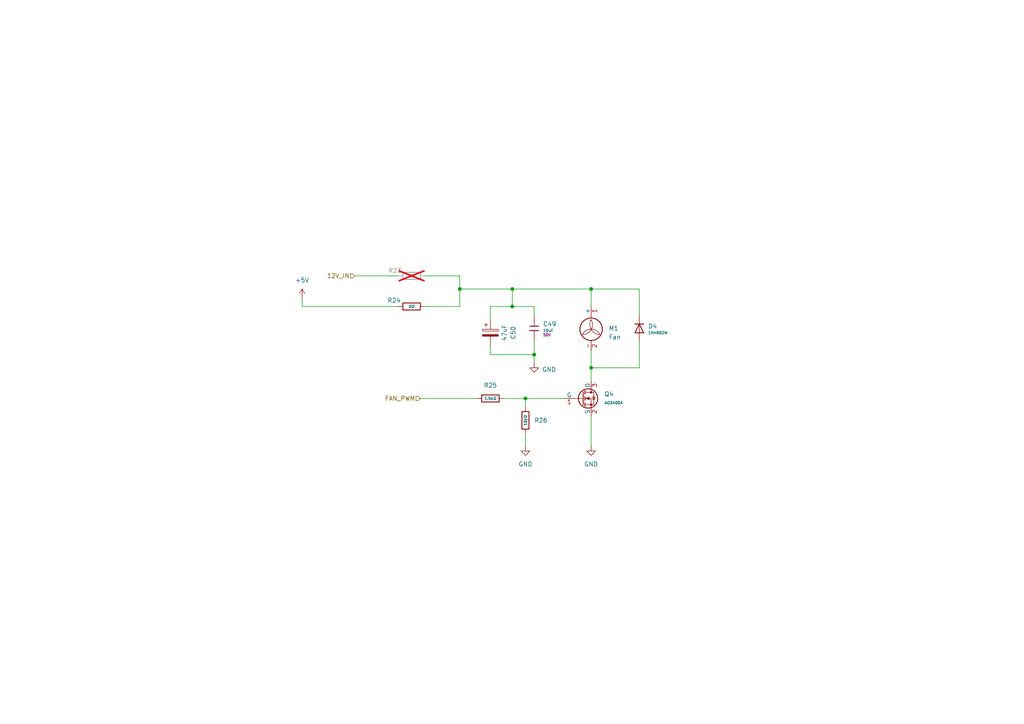
<source format=kicad_sch>
(kicad_sch (version 20250114) (generator "eeschema") (generator_version "9.0")
  (paper "A4")
  (title_block (date "2025-02-10") (rev "A") (company "ModuCard System"))
  (lib_symbols
    (symbol "Device:C_Polarized" (pin_numbers (hide yes)) (pin_names (offset 0.254))
      (property "Reference" "C" (at 0.635 2.54 0))
      (property "Value" "C_Polarized" (at 0.635 -2.54 0))
      (symbol "C_Polarized_0_1"
        (rectangle (start -2.286 0.508) (end 2.286 1.016))
        (polyline (pts (xy -1.778 2.286) (xy -0.762 2.286)))
        (polyline (pts (xy -1.27 2.794) (xy -1.27 1.778)))
        (rectangle (start 2.286 -0.508) (end -2.286 -1.016) (fill (type outline)))
      )
      (symbol "C_Polarized_1_1"
        (pin passive line (at 0 3.81 270) (length 2.794) (name "~") (number "1"))
        (pin passive line (at 0 -3.81 90) (length 2.794) (name "~") (number "2"))
      )
    )
    (symbol "Motor:Fan" (pin_names (offset 0))
      (property "Reference" "M" (at 2.54 5.08 0))
      (property "Value" "Fan" (at 2.54 -2.54 0))
      (symbol "Fan_0_1"
        (arc (start 0 3.81) (mid -0.0015 0.9048) (end -2.54 -0.508))
        (polyline (pts (xy 0 4.572) (xy 0 5.08)))
        (polyline (pts (xy 0 4.2672) (xy 0 4.6228)))
        (circle (center 0 1.016) (radius 3.2512) (stroke (width 0.254)))
        (arc (start -2.54 -0.508) (mid 0 1.0618) (end 2.54 -0.508))
        (polyline (pts (xy 0 -2.2352) (xy 0 -2.6416)))
        (polyline (pts (xy 0 -5.08) (xy 0 -4.572)))
        (arc (start 2.54 -0.508) (mid 0.047 0.9315) (end 0 3.81))
      )
      (symbol "Fan_1_1"
        (pin passive line (at 0 7.62 270) (length 2.54) (name "+") (number "1"))
        (pin passive line (at 0 -5.08 90) (length 2.54) (name "-") (number "2"))
      )
    )
    (symbol "PCM_JLCPCB-Capacitors:1206,10uF" (pin_numbers (hide yes)) (pin_names (offset 0))
      (property "Reference" "C" (at 2.032 1.668 0))
      (property "Value" "10uF" (at 2.032 -0.3782 0))
      (property "Voltage Rated" "50V" (at 2.032 -2.0462 0))
      (symbol "1206,10uF_0_1"
        (polyline (pts (xy -1.27 0.635) (xy 1.27 0.635)) (stroke (width 0.254)))
        (polyline (pts (xy -1.27 -0.635) (xy 1.27 -0.635)) (stroke (width 0.254)))
      )
      (symbol "1206,10uF_1_1"
        (pin passive line (at 0 3.81 270) (length 3.175) (name "~") (number "1"))
        (pin passive line (at 0 -3.81 90) (length 3.175) (name "~") (number "2"))
      )
    )
    (symbol "PCM_JLCPCB-Diodes:General,1N4002W" (pin_numbers (hide yes)) (pin_names (offset 0))
      (property "Reference" "D" (at 2.032 0.834 0))
      (property "Value" "1N4002W" (at 2.032 -1.2122 0))
      (symbol "General,1N4002W_0_1"
        (polyline (pts (xy -1.27 1.27) (xy 0 -1.27) (xy 1.27 1.27) (xy -1.27 1.27)) (stroke (width 0.254)))
        (polyline (pts (xy -1.27 -1.27) (xy 1.27 -1.27)) (stroke (width 0.254)))
      )
      (symbol "General,1N4002W_1_1"
        (pin passive line (at 0 3.81 270) (length 3.81) (name "~") (number "2"))
        (pin passive line (at 0 -3.81 90) (length 3.81) (name "~") (number "1"))
      )
    )
    (symbol "PCM_JLCPCB-Resistors:0402,0Ω" (pin_numbers (hide yes)) (pin_names (offset 0))
      (property "Reference" "R" (at 1.778 0 0))
      (property "Value" "0Ω" (at 0 0 90))
      (symbol "0402,0Ω_0_1"
        (rectangle (start -1.016 2.54) (end 1.016 -2.54) (stroke (width 0.254)))
      )
      (symbol "0402,0Ω_1_1"
        (pin passive line (at 0 3.81 270) (length 1.27) (name "~") (number "1"))
        (pin passive line (at 0 -3.81 90) (length 1.27) (name "~") (number "2"))
      )
    )
    (symbol "PCM_JLCPCB-Resistors:0402,1.5kΩ" (pin_numbers (hide yes)) (pin_names (offset 0))
      (property "Reference" "R" (at 1.778 0 0))
      (property "Value" "1.5kΩ" (at 0 0 90))
      (symbol "0402,1.5kΩ_0_1"
        (rectangle (start -1.016 2.54) (end 1.016 -2.54) (stroke (width 0.254)))
      )
      (symbol "0402,1.5kΩ_1_1"
        (pin passive line (at 0 3.81 270) (length 1.27) (name "~") (number "1"))
        (pin passive line (at 0 -3.81 90) (length 1.27) (name "~") (number "2"))
      )
    )
    (symbol "PCM_JLCPCB-Resistors:0402,10kΩ" (pin_numbers (hide yes)) (pin_names (offset 0))
      (property "Reference" "R" (at 1.778 0 0))
      (property "Value" "10kΩ" (at 0 0 90))
      (symbol "0402,10kΩ_0_1"
        (rectangle (start -1.016 2.54) (end 1.016 -2.54) (stroke (width 0.254)))
      )
      (symbol "0402,10kΩ_1_1"
        (pin passive line (at 0 3.81 270) (length 1.27) (name "~") (number "1"))
        (pin passive line (at 0 -3.81 90) (length 1.27) (name "~") (number "2"))
      )
    )
    (symbol "PCM_JLCPCB-Transistors:NMOS,AO3400A" (pin_names (offset 0))
      (property "Reference" "Q" (at 4.8514 0.834 0))
      (property "Value" "AO3400A" (at 4.8514 -1.2122 0))
      (symbol "NMOS,AO3400A_0_1"
        (polyline (pts (xy 0.254 1.905) (xy 0.254 -1.905)) (stroke (width 0.254)))
        (polyline (pts (xy 0.254 0) (xy -2.54 0)))
        (polyline (pts (xy 0.762 2.286) (xy 0.762 1.27)) (stroke (width 0.254)))
        (polyline (pts (xy 0.762 0.508) (xy 0.762 -0.508)) (stroke (width 0.254)))
        (polyline (pts (xy 0.762 -1.27) (xy 0.762 -2.286)) (stroke (width 0.254)))
        (polyline (pts (xy 0.762 -1.778) (xy 3.302 -1.778) (xy 3.302 1.778) (xy 0.762 1.778)))
        (polyline (pts (xy 1.016 0) (xy 2.032 0.381) (xy 2.032 -0.381) (xy 1.016 0)) (fill (type outline)))
        (circle (center 1.651 0) (radius 2.794) (stroke (width 0.254)))
        (polyline (pts (xy 2.54 2.54) (xy 2.54 1.778)))
        (circle (center 2.54 1.778) (radius 0.254) (fill (type outline)))
        (circle (center 2.54 -1.778) (radius 0.254) (fill (type outline)))
        (polyline (pts (xy 2.54 -2.54) (xy 2.54 0) (xy 0.762 0)))
        (polyline (pts (xy 2.794 0.508) (xy 2.921 0.381) (xy 3.683 0.381) (xy 3.81 0.254)))
        (polyline (pts (xy 3.302 0.381) (xy 2.921 -0.254) (xy 3.683 -0.254) (xy 3.302 0.381)))
      )
      (symbol "NMOS,AO3400A_1_1"
        (pin input line (at -5.08 0 0) (length 2.54) (name "G") (number "1"))
        (pin passive line (at 2.54 5.08 270) (length 2.54) (name "D") (number "3"))
        (pin passive line (at 2.54 -5.08 90) (length 2.54) (name "S") (number "2"))
      )
    )
    (symbol "power:+5V" (power) (pin_numbers (hide yes)) (pin_names (offset 0) (hide yes))
      (property "Value" "+5V" (at 0 3.556 0))
      (symbol "+5V_0_1"
        (polyline (pts (xy -0.762 1.27) (xy 0 2.54)))
        (polyline (pts (xy 0 2.54) (xy 0.762 1.27)))
        (polyline (pts (xy 0 0) (xy 0 2.54)))
      )
      (symbol "+5V_1_1"
        (pin power_in line (at 0 0 90) (length 0) (name "~") (number "1"))
      )
    )
    (symbol "power:GND" (power) (pin_numbers (hide yes)) (pin_names (offset 0) (hide yes))
      (property "Value" "GND" (at 0 -3.81 0))
      (symbol "GND_0_1"
        (polyline (pts (xy 0 0) (xy 0 -1.27) (xy 1.27 -1.27) (xy 0 -2.54) (xy -1.27 -1.27) (xy 0 -1.27)))
      )
      (symbol "GND_1_1"
        (pin power_in line (at 0 0 270) (length 0) (name "~") (number "1"))
      )
    )
  )
  (junction (at 152.4 115.57))
  (junction (at 148.59 83.82))
  (junction (at 171.45 83.82))
  (junction (at 154.94 102.87))
  (junction (at 133.35 83.82))
  (junction (at 171.45 106.68))
  (junction (at 148.59 88.9))
  (wire (pts (xy 152.4 115.57) (xy 163.83 115.57)))
  (wire (pts (xy 148.59 88.9) (xy 142.24 88.9)))
  (wire (pts (xy 133.35 83.82) (xy 148.59 83.82)))
  (wire (pts (xy 87.63 86.36) (xy 87.63 88.9)))
  (wire (pts (xy 148.59 83.82) (xy 148.59 88.9)))
  (wire (pts (xy 171.45 83.82) (xy 171.45 88.9)))
  (wire (pts (xy 146.05 115.57) (xy 152.4 115.57)))
  (wire (pts (xy 154.94 102.87) (xy 154.94 105.41)))
  (wire (pts (xy 102.87 80.01) (xy 115.57 80.01)))
  (wire (pts (xy 133.35 83.82) (xy 133.35 88.9)))
  (wire (pts (xy 154.94 99.06) (xy 154.94 102.87)))
  (wire (pts (xy 142.24 102.87) (xy 154.94 102.87)))
  (wire (pts (xy 154.94 88.9) (xy 148.59 88.9)))
  (wire (pts (xy 185.42 83.82) (xy 171.45 83.82)))
  (wire (pts (xy 154.94 88.9) (xy 154.94 91.44)))
  (wire (pts (xy 171.45 101.6) (xy 171.45 106.68)))
  (wire (pts (xy 133.35 80.01) (xy 133.35 83.82)))
  (wire (pts (xy 152.4 115.57) (xy 152.4 118.11)))
  (wire (pts (xy 171.45 106.68) (xy 171.45 110.49)))
  (wire (pts (xy 152.4 125.73) (xy 152.4 129.54)))
  (wire (pts (xy 185.42 99.06) (xy 185.42 106.68)))
  (wire (pts (xy 142.24 102.87) (xy 142.24 100.33)))
  (wire (pts (xy 87.63 88.9) (xy 115.57 88.9)))
  (wire (pts (xy 148.59 83.82) (xy 171.45 83.82)))
  (wire (pts (xy 185.42 106.68) (xy 171.45 106.68)))
  (wire (pts (xy 142.24 88.9) (xy 142.24 92.71)))
  (wire (pts (xy 185.42 91.44) (xy 185.42 83.82)))
  (wire (pts (xy 123.19 88.9) (xy 133.35 88.9)))
  (wire (pts (xy 123.19 80.01) (xy 133.35 80.01)))
  (wire (pts (xy 121.92 115.57) (xy 138.43 115.57)))
  (wire (pts (xy 171.45 120.65) (xy 171.45 129.54)))
  (hierarchical_label "12V_IN" (shape input) (at 102.87 80.01 180))
  (hierarchical_label "FAN_PWM" (shape input) (at 121.92 115.57 180))
  (symbol (lib_id "power:+5V") (at 87.63 86.36 0) (unit 1)
    (property "Reference" "#PWR099" (effects (hide yes)))
    (property "Value" "+5V" (at 87.63 81.28 0))
    (property "Description" "Power symbol creates a global label with name \"+5V\"" (effects (hide yes)))
  )
  (symbol (lib_id "PCM_JLCPCB-Resistors:0402,0Ω") (at 119.38 80.01 270) (unit 1) (dnp yes)
    (property "Reference" "R23" (at 114.554 78.486 90))
    (property "Value" "0Ω" (at 119.38 80.01 90) (effects (font (size 0.8 0.8))))
    (property "Footprint" "PCM_JLCPCB:R_0402" (effects (hide yes)))
    (property "Datasheet" "https://www.lcsc.com/datasheet/lcsc_datasheet_2206010216_UNI-ROYAL-Uniroyal-Elec-0402WGF0000TCE_C17168.pdf" (effects (hide yes)))
    (property "Description" "62.5mW Thick Film Resistors 50V ±800ppm/°C ±1% 0Ω 0402 Chip Resistor - Surface Mount ROHS" (effects (hide yes)))
    (property "LCSC" "C17168" (effects (hide yes)))
    (property "Stock" "6249348" (effects (hide yes)))
    (property "Price" "0.004USD" (effects (hide yes)))
    (property "Process" "SMT" (effects (hide yes)))
    (property "Minimum Qty" "20" (effects (hide yes)))
    (property "Attrition Qty" "10" (effects (hide yes)))
    (property "Class" "Basic Component" (effects (hide yes)))
    (property "Category" "Resistors,Chip Resistor - Surface Mount" (effects (hide yes)))
    (property "Manufacturer" "UNI-ROYAL(Uniroyal Elec)" (effects (hide yes)))
    (property "Part" "0402WGF0000TCE" (effects (hide yes)))
    (property "Resistance" "0Ω" (effects (hide yes)))
    (property "Power(Watts)" "62.5mW" (effects (hide yes)))
    (property "Type" "Thick Film Resistors" (effects (hide yes)))
    (property "Overload Voltage (Max)" "50V" (effects (hide yes)))
    (property "Operating Temperature Range" "-55°C~+155°C" (effects (hide yes)))
    (property "Tolerance" "±1%" (effects (hide yes)))
    (property "Temperature Coefficient" "±800ppm/°C" (effects (hide yes)))
  )
  (symbol (lib_id "power:GND") (at 152.4 129.54 0) (unit 1)
    (property "Reference" "#PWR0102" (effects (hide yes)))
    (property "Value" "GND" (at 152.4 134.62 0))
    (property "Description" "Power symbol creates a global label with name \"GND\" , ground" (effects (hide yes)))
  )
  (symbol (lib_id "PCM_JLCPCB-Resistors:0402,1.5kΩ") (at 142.24 115.57 90) (unit 1)
    (property "Reference" "R25" (at 142.24 111.76 90))
    (property "Value" "1.5kΩ" (at 142.24 115.57 90) (effects (font (size 0.8 0.8))))
    (property "Footprint" "PCM_JLCPCB:R_0402" (effects (hide yes)))
    (property "Datasheet" "https://www.lcsc.com/datasheet/lcsc_datasheet_2206010045_UNI-ROYAL-Uniroyal-Elec-0402WGF1501TCE_C25867.pdf" (effects (hide yes)))
    (property "Description" "62.5mW Thick Film Resistors 50V ±100ppm/°C ±1% 1.5kΩ 0402 Chip Resistor - Surface Mount ROHS" (effects (hide yes)))
    (property "LCSC" "C25867" (effects (hide yes)))
    (property "Stock" "1074828" (effects (hide yes)))
    (property "Price" "0.004USD" (effects (hide yes)))
    (property "Process" "SMT" (effects (hide yes)))
    (property "Minimum Qty" "20" (effects (hide yes)))
    (property "Attrition Qty" "10" (effects (hide yes)))
    (property "Class" "Basic Component" (effects (hide yes)))
    (property "Category" "Resistors,Chip Resistor - Surface Mount" (effects (hide yes)))
    (property "Manufacturer" "UNI-ROYAL(Uniroyal Elec)" (effects (hide yes)))
    (property "Part" "0402WGF1501TCE" (effects (hide yes)))
    (property "Resistance" "1.5kΩ" (effects (hide yes)))
    (property "Power(Watts)" "62.5mW" (effects (hide yes)))
    (property "Type" "Thick Film Resistors" (effects (hide yes)))
    (property "Overload Voltage (Max)" "50V" (effects (hide yes)))
    (property "Operating Temperature Range" "-55°C~+155°C" (effects (hide yes)))
    (property "Tolerance" "±1%" (effects (hide yes)))
    (property "Temperature Coefficient" "±100ppm/°C" (effects (hide yes)))
  )
  (symbol (lib_id "PCM_JLCPCB-Capacitors:1206,10uF") (at 154.94 95.25 0) (unit 1)
    (property "Reference" "C49" (at 157.48 93.98 0) (effects (justify left)))
    (property "Value" "10uF" (at 157.48 95.885 0) (effects (font (size 0.8 0.8)) (justify left)))
    (property "Footprint" "PCM_JLCPCB:C_1206" (effects (hide yes)))
    (property "Datasheet" "https://www.lcsc.com/datasheet/lcsc_datasheet_2304140030_Samsung-Electro-Mechanics-CL31A106KBHNNNE_C13585.pdf" (effects (hide yes)))
    (property "Description" "50V 10uF X5R ±10% 1206 Multilayer Ceramic Capacitors MLCC - SMD/SMT ROHS" (effects (hide yes)))
    (property "LCSC" "C13585" (effects (hide yes)))
    (property "Stock" "821695" (effects (hide yes)))
    (property "Price" "0.035USD" (effects (hide yes)))
    (property "Process" "SMT" (effects (hide yes)))
    (property "Minimum Qty" "5" (effects (hide yes)))
    (property "Attrition Qty" "4" (effects (hide yes)))
    (property "Class" "Basic Component" (effects (hide yes)))
    (property "Category" "Capacitors,Multilayer Ceramic Capacitors MLCC - SMD/SMT" (effects (hide yes)))
    (property "Manufacturer" "Samsung Electro-Mechanics" (effects (hide yes)))
    (property "Part" "CL31A106KBHNNNE" (effects (hide yes)))
    (property "Voltage Rated" "50V" (at 157.48 97.155 0) (effects (font (size 0.8 0.8)) (justify left)))
    (property "Tolerance" "±10%" (effects (hide yes)))
    (property "Capacitance" "10uF" (effects (hide yes)))
    (property "Temperature Coefficient" "X5R" (effects (hide yes)))
  )
  (symbol (lib_id "PCM_JLCPCB-Resistors:0402,10kΩ") (at 152.4 121.92 180) (unit 1)
    (property "Reference" "R26" (at 154.94 121.92 0) (effects (justify right)))
    (property "Value" "10kΩ" (at 152.4 121.92 90) (effects (font (size 0.8 0.8))))
    (property "Footprint" "PCM_JLCPCB:R_0402" (effects (hide yes)))
    (property "Datasheet" "https://www.lcsc.com/datasheet/lcsc_datasheet_2411221126_UNI-ROYAL-Uniroyal-Elec-0402WGF1002TCE_C25744.pdf" (effects (hide yes)))
    (property "Description" "62.5mW Thick Film Resistors 50V ±100ppm/°C ±1% 10kΩ 0402 Chip Resistor - Surface Mount ROHS" (effects (hide yes)))
    (property "LCSC" "C25744" (effects (hide yes)))
    (property "Stock" "13746052" (effects (hide yes)))
    (property "Price" "0.004USD" (effects (hide yes)))
    (property "Process" "SMT" (effects (hide yes)))
    (property "Minimum Qty" "5" (effects (hide yes)))
    (property "Attrition Qty" "0" (effects (hide yes)))
    (property "Class" "Basic Component" (effects (hide yes)))
    (property "Category" "Resistors,Chip Resistor - Surface Mount" (effects (hide yes)))
    (property "Manufacturer" "UNI-ROYAL(Uniroyal Elec)" (effects (hide yes)))
    (property "Part" "0402WGF1002TCE" (effects (hide yes)))
    (property "Resistance" "10kΩ" (effects (hide yes)))
    (property "Power(Watts)" "62.5mW" (effects (hide yes)))
    (property "Type" "Thick Film Resistors" (effects (hide yes)))
    (property "Overload Voltage (Max)" "50V" (effects (hide yes)))
    (property "Operating Temperature Range" "-55°C~+155°C" (effects (hide yes)))
    (property "Tolerance" "±1%" (effects (hide yes)))
    (property "Temperature Coefficient" "±100ppm/°C" (effects (hide yes)))
  )
  (symbol (lib_id "Device:C_Polarized") (at 142.24 96.52 0) (unit 1)
    (property "Reference" "C50" (at 148.844 96.52 90))
    (property "Value" "47uF" (at 146.304 96.52 90))
    (property "Footprint" "Capacitor_SMD:CP_Elec_6.3x5.4" (effects (hide yes)))
    (property "Description" "Polarized capacitor" (effects (hide yes)))
    (property "LCSC" " C90276" (effects (hide yes)))
    (property "MPN" "VT1V470M0605" (effects (hide yes)))
  )
  (symbol (lib_id "Motor:Fan") (at 171.45 96.52 0) (unit 1)
    (property "Reference" "M1" (at 176.53 95.25 0) (effects (justify left)))
    (property "Value" "Fan" (at 176.53 97.79 0) (effects (justify left)))
    (property "Footprint" "Connector_JST:JST_XH_B2B-XH-AM_1x02_P2.50mm_Vertical" (effects (hide yes)))
    (property "Description" "Fan" (effects (hide yes)))
  )
  (symbol (lib_id "PCM_JLCPCB-Diodes:General,1N4002W") (at 185.42 95.25 180) (unit 1)
    (property "Reference" "D4" (at 187.96 94.615 0) (effects (justify right)))
    (property "Value" "1N4002W" (at 187.96 96.52 0) (effects (font (size 0.8 0.8)) (justify right)))
    (property "Footprint" "PCM_JLCPCB:D_SOD-123FL" (effects (hide yes)))
    (property "Datasheet" "https://wmsc.lcsc.com/wmsc/upload/file/pdf/v2/lcsc/2309251425_hongjiacheng-1N4002W_C18199086.pdf" (effects (hide yes)))
    (property "Description" "Independent Type 1A 100V 1V@1.0A SOD-123FL Diodes - General Purpose ROHS" (effects (hide yes)))
    (property "LCSC" "C18199086" (effects (hide yes)))
    (property "Stock" "26535" (effects (hide yes)))
    (property "Price" "0.011USD" (effects (hide yes)))
    (property "Process" "SMT" (effects (hide yes)))
    (property "Minimum Qty" "15" (effects (hide yes)))
    (property "Attrition Qty" "4" (effects (hide yes)))
    (property "Class" "Preferred Component" (effects (hide yes)))
    (property "Category" "Diodes,Diodes - General Purpose" (effects (hide yes)))
    (property "Manufacturer" "hongjiacheng" (effects (hide yes)))
    (property "Part" "1N4002W" (effects (hide yes)))
    (property "Rectified Current" "1A" (effects (hide yes)))
    (property "Forward Voltage (Vf@If)" "1V@1.0A" (effects (hide yes)))
    (property "Reverse Voltage (Vr)" "100V" (effects (hide yes)))
    (property "Diode Configuration" "Independent Type" (effects (hide yes)))
    (property "Reverse Leakage Current" "2uA@100V" (effects (hide yes)))
  )
  (symbol (lib_id "power:GND") (at 171.45 129.54 0) (unit 1)
    (property "Reference" "#PWR0103" (effects (hide yes)))
    (property "Value" "GND" (at 171.45 134.62 0))
    (property "Description" "Power symbol creates a global label with name \"GND\" , ground" (effects (hide yes)))
  )
  (symbol (lib_id "power:GND") (at 154.94 105.41 0) (unit 1)
    (property "Reference" "#PWR0101" (effects (hide yes)))
    (property "Value" "GND" (at 159.258 107.188 0))
    (property "Description" "Power symbol creates a global label with name \"GND\" , ground" (effects (hide yes)))
  )
  (symbol (lib_id "PCM_JLCPCB-Resistors:0402,0Ω") (at 119.38 88.9 270) (unit 1)
    (property "Reference" "R24" (at 114.3 87.122 90))
    (property "Value" "0Ω" (at 119.38 88.9 90) (effects (font (size 0.8 0.8))))
    (property "Footprint" "PCM_JLCPCB:R_0402" (effects (hide yes)))
    (property "Datasheet" "https://www.lcsc.com/datasheet/lcsc_datasheet_2206010216_UNI-ROYAL-Uniroyal-Elec-0402WGF0000TCE_C17168.pdf" (effects (hide yes)))
    (property "Description" "62.5mW Thick Film Resistors 50V ±800ppm/°C ±1% 0Ω 0402 Chip Resistor - Surface Mount ROHS" (effects (hide yes)))
    (property "LCSC" "C17168" (effects (hide yes)))
    (property "Stock" "6249348" (effects (hide yes)))
    (property "Price" "0.004USD" (effects (hide yes)))
    (property "Process" "SMT" (effects (hide yes)))
    (property "Minimum Qty" "20" (effects (hide yes)))
    (property "Attrition Qty" "10" (effects (hide yes)))
    (property "Class" "Basic Component" (effects (hide yes)))
    (property "Category" "Resistors,Chip Resistor - Surface Mount" (effects (hide yes)))
    (property "Manufacturer" "UNI-ROYAL(Uniroyal Elec)" (effects (hide yes)))
    (property "Part" "0402WGF0000TCE" (effects (hide yes)))
    (property "Resistance" "0Ω" (effects (hide yes)))
    (property "Power(Watts)" "62.5mW" (effects (hide yes)))
    (property "Type" "Thick Film Resistors" (effects (hide yes)))
    (property "Overload Voltage (Max)" "50V" (effects (hide yes)))
    (property "Operating Temperature Range" "-55°C~+155°C" (effects (hide yes)))
    (property "Tolerance" "±1%" (effects (hide yes)))
    (property "Temperature Coefficient" "±800ppm/°C" (effects (hide yes)))
  )
  (symbol (lib_id "PCM_JLCPCB-Transistors:NMOS,AO3400A") (at 168.91 115.57 0) (unit 1)
    (property "Reference" "Q4" (at 175.26 114.2999 0) (effects (justify left)))
    (property "Value" "AO3400A" (at 175.26 116.84 0) (effects (font (size 0.8 0.8)) (justify left)))
    (property "Footprint" "PCM_JLCPCB:Q_SOT-23" (effects (hide yes)))
    (property "Datasheet" "https://www.lcsc.com/datasheet/lcsc_datasheet_1811081213_Alpha---Omega-Semicon-AO3400A_C20917.pdf" (effects (hide yes)))
    (property "Description" "30V 5.7A 26.5mΩ@10V,5.7A 1.4W 1.5V@250uA 1 N-Channel SOT-23-3L MOSFETs ROHS" (effects (hide yes)))
    (property "LCSC" "C20917" (effects (hide yes)))
    (property "Stock" "670221" (effects (hide yes)))
    (property "Price" "0.088USD" (effects (hide yes)))
    (property "Process" "SMT" (effects (hide yes)))
    (property "Minimum Qty" "5" (effects (hide yes)))
    (property "Attrition Qty" "4" (effects (hide yes)))
    (property "Class" "Basic Component" (effects (hide yes)))
    (property "Category" "Transistors,MOSFETs" (effects (hide yes)))
    (property "Manufacturer" "Alpha & Omega Semicon" (effects (hide yes)))
    (property "Part" "AO3400A" (effects (hide yes)))
    (property "Continuous Drain Current (Id)" "5.7A" (effects (hide yes)))
    (property "Input Capacitance (Ciss@Vds)" "630pF@15V" (effects (hide yes)))
    (property "Operating Temperature" "-55°C~+150°C@(Tj)" (effects (hide yes)))
    (property "Type" "1 N-channel" (effects (hide yes)))
    (property "Drain Source Voltage (Vdss)" "30V" (effects (hide yes)))
    (property "Power Dissipation (Pd)" "1.4W" (effects (hide yes)))
    (property "Gate Threshold Voltage (Vgs(th)@Id)" "1.5V@250uA" (effects (hide yes)))
    (property "Drain Source On Resistance (RDS(on)@Vgs,Id)" "26.5mΩ@10V,5.7A" (effects (hide yes)))
    (property "Total Gate Charge (Qg@Vgs)" "7nC@4.5V" (effects (hide yes)))
  )
)
</source>
